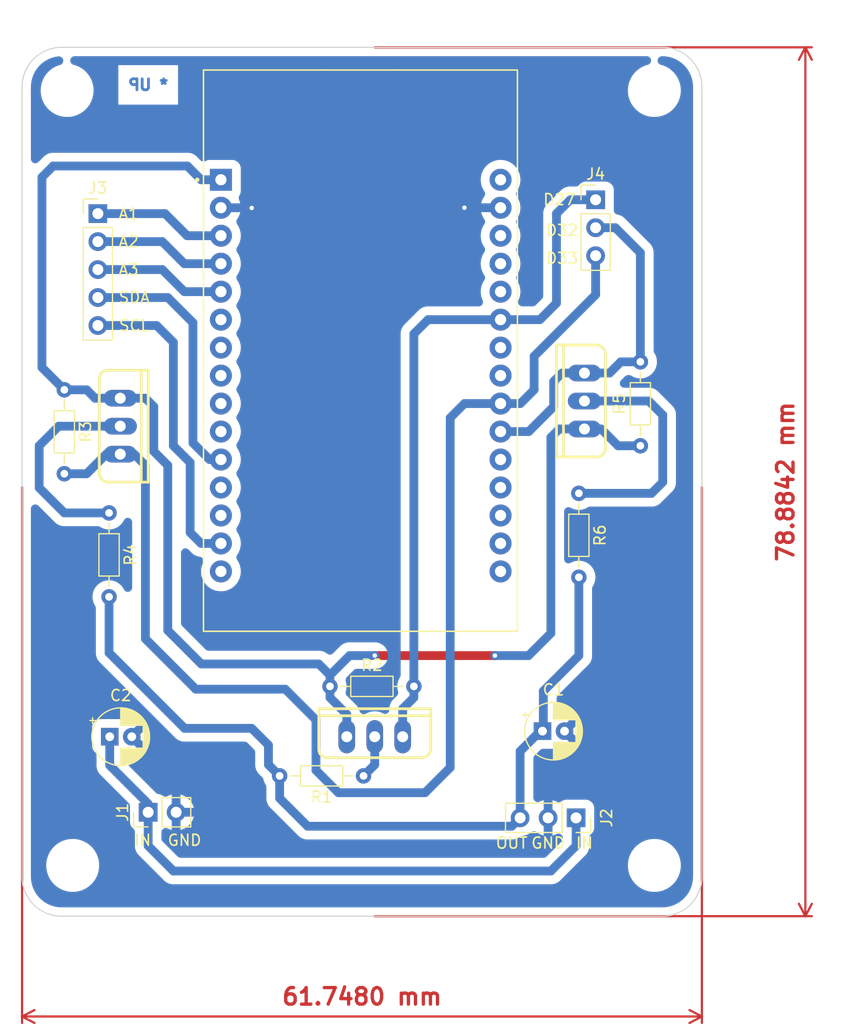
<source format=kicad_pcb>
(kicad_pcb (version 20211014) (generator pcbnew)
  (layers (0 "F.Cu" signal) (31 "B.Cu" signal) (34 "B.Paste" user) (35 "F.Paste" user) (36 "B.SilkS" user "B.Silkscreen") (37 "F.SilkS" user "F.Silkscreen") (38 "B.Mask" user) (39 "F.Mask" user) (44 "Edge.Cuts" user))
  (net 0 "")
  (net 1 "A1")
  (net 2 "OUTPUT")
  (net 3 "GND")
  (net 4 "INPUT")
  (net 5 "D6")
  (net 6 "3V3")
  (net 7 "D27")
  (net 8 "D33")
  (net 9 "D8")
  (net 10 "D32")
  (net 11 "D9")
  (net 12 "A2")
  (net 13 "A3")
  (net 14 "SDA")
  (net 15 "SCL")
  (footprint "Capacitor_THT:CP_Radial_D5.0mm_P2.00mm" (layer "F.Cu") (at 102.87 110.49)
    (fp_text reference "C1" (at 1 -3.75) (layer "F.SilkS"))
    (fp_text value "10u")
    (pad "1" thru_hole rect (at 0 0) (size 1.6 1.6) (drill 0.8) (layers *.Cu *.Mask) (net 2 "OUTPUT"))
    (pad "2" thru_hole circle (at 2 0) (size 1.6 1.6) (drill 0.8) (layers *.Cu *.Mask) (net 3 "GND"))
  )
  (footprint "ESP32-DEVKIT-V1_footprint:MODULE_ESP32_DEVKIT_V1" (layer "F.Cu") (at 86.36 75.946)
    (fp_text reference "U1")
    (fp_text value "esp32")
    (pad "1" thru_hole rect (at -12.7 -15.515) (size 2 2) (drill 1.02) (layers *.Cu *.Mask) (net 6 "3V3"))
    (pad "2" thru_hole circle (at -12.7 -12.975) (size 2 2) (drill 1.02) (layers *.Cu *.Mask) (net 3 "GND"))
    (pad "3" thru_hole circle (at -12.7 -10.435) (size 2 2) (drill 1.02) (layers *.Cu *.Mask) (net 1 "A1"))
    (pad "4" thru_hole circle (at -12.7 -7.895) (size 2 2) (drill 1.02) (layers *.Cu *.Mask) (net 12 "A2"))
    (pad "5" thru_hole circle (at -12.7 -5.355) (size 2 2) (drill 1.02) (layers *.Cu *.Mask) (net 13 "A3"))
    (pad "6" thru_hole circle (at -12.7 -2.815) (size 2 2) (drill 1.02) (layers *.Cu *.Mask))
    (pad "7" thru_hole circle (at -12.7 -0.275) (size 2 2) (drill 1.02) (layers *.Cu *.Mask))
    (pad "8" thru_hole circle (at -12.7 2.265) (size 2 2) (drill 1.02) (layers *.Cu *.Mask))
    (pad "9" thru_hole circle (at -12.7 4.805) (size 2 2) (drill 1.02) (layers *.Cu *.Mask))
    (pad "10" thru_hole circle (at -12.7 7.345) (size 2 2) (drill 1.02) (layers *.Cu *.Mask))
    (pad "11" thru_hole circle (at -12.7 9.885) (size 2 2) (drill 1.02) (layers *.Cu *.Mask) (net 14 "SDA"))
    (pad "12" thru_hole circle (at -12.7 12.425) (size 2 2) (drill 1.02) (layers *.Cu *.Mask))
    (pad "13" thru_hole circle (at -12.7 14.965) (size 2 2) (drill 1.02) (layers *.Cu *.Mask))
    (pad "14" thru_hole circle (at -12.7 17.505) (size 2 2) (drill 1.02) (layers *.Cu *.Mask) (net 15 "SCL"))
    (pad "15" thru_hole circle (at -12.7 20.045) (size 2 2) (drill 1.02) (layers *.Cu *.Mask))
    (pad "16" thru_hole circle (at 12.7 20.045) (size 2 2) (drill 1.02) (layers *.Cu *.Mask))
    (pad "17" thru_hole circle (at 12.7 17.505) (size 2 2) (drill 1.02) (layers *.Cu *.Mask))
    (pad "18" thru_hole circle (at 12.7 14.965) (size 2 2) (drill 1.02) (layers *.Cu *.Mask))
    (pad "19" thru_hole circle (at 12.7 12.425) (size 2 2) (drill 1.02) (layers *.Cu *.Mask))
    (pad "20" thru_hole circle (at 12.7 9.885) (size 2 2) (drill 1.02) (layers *.Cu *.Mask))
    (pad "21" thru_hole circle (at 12.7 7.345) (size 2 2) (drill 1.02) (layers *.Cu *.Mask) (net 10 "D32"))
    (pad "22" thru_hole circle (at 12.7 4.805) (size 2 2) (drill 1.02) (layers *.Cu *.Mask) (net 8 "D33"))
    (pad "23" thru_hole circle (at 12.7 2.265) (size 2 2) (drill 1.02) (layers *.Cu *.Mask))
    (pad "24" thru_hole circle (at 12.7 -0.275) (size 2 2) (drill 1.02) (layers *.Cu *.Mask))
    (pad "25" thru_hole circle (at 12.7 -2.815) (size 2 2) (drill 1.02) (layers *.Cu *.Mask) (net 7 "D27"))
    (pad "26" thru_hole circle (at 12.7 -5.355) (size 2 2) (drill 1.02) (layers *.Cu *.Mask))
    (pad "27" thru_hole circle (at 12.7 -7.895) (size 2 2) (drill 1.02) (layers *.Cu *.Mask))
    (pad "28" thru_hole circle (at 12.7 -10.435) (size 2 2) (drill 1.02) (layers *.Cu *.Mask))
    (pad "29" thru_hole circle (at 12.7 -12.975) (size 2 2) (drill 1.02) (layers *.Cu *.Mask) (net 3 "GND"))
    (pad "30" thru_hole circle (at 12.7 -15.515) (size 2 2) (drill 1.02) (layers *.Cu *.Mask))
  )
  (footprint "MountingHole:MountingHole_3.2mm_M3" (layer "F.Cu") (at 113.03 122.682)
    (fp_text reference "H4")
    (fp_text value "MountingHole")
    (pad "" np_thru_hole circle (at 0 0) (size 3.2 3.2) (drill 3.2) (layers *.Cu *.Mask))
  )
  (footprint "Capacitor_THT:CP_Radial_D5.0mm_P2.00mm" (layer "F.Cu") (at 63.560888 110.998)
    (fp_text reference "C2" (at 1 -3.75) (layer "F.SilkS"))
    (fp_text value "10u")
    (pad "1" thru_hole rect (at 0 0) (size 1.6 1.6) (drill 0.8) (layers *.Cu *.Mask) (net 4 "INPUT"))
    (pad "2" thru_hole circle (at 2 0) (size 1.6 1.6) (drill 0.8) (layers *.Cu *.Mask) (net 3 "GND"))
  )
  (footprint "Resistor_THT:R_Axial_DIN0204_L3.6mm_D1.6mm_P7.62mm_Horizontal" (layer "F.Cu") (at 63.5 90.678 -90)
    (fp_text reference "R4" (at 3.81 -1.92 90) (layer "F.SilkS"))
    (fp_text value "10k")
    (pad "1" thru_hole circle (at 0 0 270) (size 1.4 1.4) (drill 0.7) (layers *.Cu *.Mask) (net 9 "D8"))
    (pad "2" thru_hole oval (at 7.62 0 270) (size 1.4 1.4) (drill 0.7) (layers *.Cu *.Mask) (net 2 "OUTPUT"))
  )
  (footprint "MountingHole:MountingHole_3.2mm_M3" (layer "F.Cu") (at 113.03 52.324)
    (fp_text reference "H2")
    (fp_text value "MountingHole")
    (pad "" np_thru_hole circle (at 0 0) (size 3.2 3.2) (drill 3.2) (layers *.Cu *.Mask))
  )
  (footprint "Resistor_THT:R_Axial_DIN0204_L3.6mm_D1.6mm_P7.62mm_Horizontal" (layer "F.Cu") (at 106.172 88.9 -90)
    (fp_text reference "R6" (at 3.81 -1.92 90) (layer "F.SilkS"))
    (fp_text value "10k")
    (pad "1" thru_hole circle (at 0 0 270) (size 1.4 1.4) (drill 0.7) (layers *.Cu *.Mask) (net 11 "D9"))
    (pad "2" thru_hole oval (at 7.62 0 270) (size 1.4 1.4) (drill 0.7) (layers *.Cu *.Mask) (net 2 "OUTPUT"))
  )
  (footprint "IRFZ44NPBF_footprint:TO-220" (layer "F.Cu") (at 87.63 110.998)
    (fp_text reference "U2")
    (fp_text value "IRFZ44NPBF")
    (pad "1" thru_hole oval locked (at -2.54 0) (size 1.508 3.016) (drill 1) (layers *.Cu *.Mask) (net 6 "3V3"))
    (pad "2" thru_hole oval locked (at 0 0) (size 1.508 3.016) (drill 1) (layers *.Cu *.Mask) (net 5 "D6"))
    (pad "3" thru_hole oval locked (at 2.54 0) (size 1.508 3.016) (drill 1) (layers *.Cu *.Mask) (net 7 "D27"))
  )
  (footprint "Connector_PinHeader_2.54mm:PinHeader_1x02_P2.54mm_Vertical" (layer "F.Cu") (at 67.051 117.856 90)
    (fp_text reference "J1" (at 0 -2.33 90) (layer "F.SilkS"))
    (fp_text value "Conn_01x02_Male")
    (pad "1" thru_hole rect (at 0 0 90) (size 1.7 1.7) (drill 1) (layers *.Cu *.Mask) (net 4 "INPUT"))
    (pad "2" thru_hole oval (at 0 2.54 90) (size 1.7 1.7) (drill 1) (layers *.Cu *.Mask) (net 3 "GND"))
  )
  (footprint "IRFZ44NPBF_footprint:TO-220" (layer "F.Cu") (at 64.516 82.804 -90)
    (fp_text reference "U3")
    (fp_text value "IRFZ44NPBF")
    (pad "1" thru_hole oval locked (at -2.54 0 270) (size 1.508 3.016) (drill 1) (layers *.Cu *.Mask) (net 6 "3V3"))
    (pad "2" thru_hole oval locked (at 0 0 270) (size 1.508 3.016) (drill 1) (layers *.Cu *.Mask) (net 9 "D8"))
    (pad "3" thru_hole oval locked (at 2.54 0 270) (size 1.508 3.016) (drill 1) (layers *.Cu *.Mask) (net 8 "D33"))
  )
  (footprint "Resistor_THT:R_Axial_DIN0204_L3.6mm_D1.6mm_P7.62mm_Horizontal" (layer "F.Cu") (at 83.566 106.426)
    (fp_text reference "R2" (at 3.81 -1.92) (layer "F.SilkS"))
    (fp_text value "10k")
    (pad "1" thru_hole circle (at 0 0) (size 1.4 1.4) (drill 0.7) (layers *.Cu *.Mask) (net 6 "3V3"))
    (pad "2" thru_hole oval (at 7.62 0) (size 1.4 1.4) (drill 0.7) (layers *.Cu *.Mask) (net 7 "D27"))
  )
  (footprint "Connector_PinSocket_2.54mm:PinSocket_1x03_P2.54mm_Vertical" (layer "F.Cu") (at 105.918 118.364 -90)
    (fp_text reference "J2" (at 0 -2.77 90) (layer "F.SilkS"))
    (fp_text value "Conn_01x03_Female")
    (pad "1" thru_hole rect (at 0 0 270) (size 1.7 1.7) (drill 1) (layers *.Cu *.Mask) (net 4 "INPUT"))
    (pad "2" thru_hole oval (at 0 2.54 270) (size 1.7 1.7) (drill 1) (layers *.Cu *.Mask) (net 3 "GND"))
    (pad "3" thru_hole oval (at 0 5.08 270) (size 1.7 1.7) (drill 1) (layers *.Cu *.Mask) (net 2 "OUTPUT"))
  )
  (footprint "MountingHole:MountingHole_3.2mm_M3" (layer "F.Cu") (at 60.198 122.682)
    (fp_text reference "H3")
    (fp_text value "MountingHole")
    (pad "" np_thru_hole circle (at 0 0) (size 3.2 3.2) (drill 3.2) (layers *.Cu *.Mask))
  )
  (footprint "Connector_PinHeader_2.54mm:PinHeader_1x05_P2.54mm_Vertical" (layer "F.Cu") (at 62.484 63.505)
    (fp_text reference "J3" (at 0 -2.33) (layer "F.SilkS"))
    (fp_text value "Conn_01x05_Male")
    (pad "1" thru_hole rect (at 0 0) (size 1.7 1.7) (drill 1) (layers *.Cu *.Mask) (net 1 "A1"))
    (pad "2" thru_hole oval (at 0 2.54) (size 1.7 1.7) (drill 1) (layers *.Cu *.Mask) (net 12 "A2"))
    (pad "3" thru_hole oval (at 0 5.08) (size 1.7 1.7) (drill 1) (layers *.Cu *.Mask) (net 13 "A3"))
    (pad "4" thru_hole oval (at 0 7.62) (size 1.7 1.7) (drill 1) (layers *.Cu *.Mask) (net 14 "SDA"))
    (pad "5" thru_hole oval (at 0 10.16) (size 1.7 1.7) (drill 1) (layers *.Cu *.Mask) (net 15 "SCL"))
  )
  (footprint "IRFZ44NPBF_footprint:TO-220" (layer "F.Cu") (at 106.68 80.518 90)
    (fp_text reference "U4")
    (fp_text value "IRFZ44NPBF")
    (pad "1" thru_hole oval locked (at -2.54 0 90) (size 1.508 3.016) (drill 1) (layers *.Cu *.Mask) (net 6 "3V3"))
    (pad "2" thru_hole oval locked (at 0 0 90) (size 1.508 3.016) (drill 1) (layers *.Cu *.Mask) (net 11 "D9"))
    (pad "3" thru_hole oval locked (at 2.54 0 90) (size 1.508 3.016) (drill 1) (layers *.Cu *.Mask) (net 10 "D32"))
  )
  (footprint "MountingHole:MountingHole_3.2mm_M3" (layer "F.Cu") (at 59.69 52.324)
    (fp_text reference "H1")
    (fp_text value "MountingHole")
    (pad "" np_thru_hole circle (at 0 0) (size 3.2 3.2) (drill 3.2) (layers *.Cu *.Mask))
  )
  (footprint "Connector_PinHeader_2.54mm:PinHeader_1x03_P2.54mm_Vertical" (layer "F.Cu") (at 107.696 62.245)
    (fp_text reference "J4" (at 0 -2.33) (layer "F.SilkS"))
    (fp_text value "Conn_01x03_Male")
    (pad "1" thru_hole rect (at 0 0) (size 1.7 1.7) (drill 1) (layers *.Cu *.Mask) (net 7 "D27"))
    (pad "2" thru_hole oval (at 0 2.54) (size 1.7 1.7) (drill 1) (layers *.Cu *.Mask) (net 10 "D32"))
    (pad "3" thru_hole oval (at 0 5.08) (size 1.7 1.7) (drill 1) (layers *.Cu *.Mask) (net 8 "D33"))
  )
  (footprint "Resistor_THT:R_Axial_DIN0204_L3.6mm_D1.6mm_P7.62mm_Horizontal" (layer "F.Cu") (at 86.614 114.554 180)
    (fp_text reference "R1" (at 3.81 -1.92) (layer "F.SilkS"))
    (fp_text value "10k")
    (pad "1" thru_hole circle (at 0 0 180) (size 1.4 1.4) (drill 0.7) (layers *.Cu *.Mask) (net 5 "D6"))
    (pad "2" thru_hole oval (at 7.62 0 180) (size 1.4 1.4) (drill 0.7) (layers *.Cu *.Mask) (net 2 "OUTPUT"))
  )
  (footprint "Resistor_THT:R_Axial_DIN0204_L3.6mm_D1.6mm_P7.62mm_Horizontal" (layer "F.Cu") (at 111.76 84.582 90)
    (fp_text reference "R5" (at 3.81 -1.92 90) (layer "F.SilkS"))
    (fp_text value "10k")
    (pad "1" thru_hole circle (at 0 0 90) (size 1.4 1.4) (drill 0.7) (layers *.Cu *.Mask) (net 6 "3V3"))
    (pad "2" thru_hole oval (at 7.62 0 90) (size 1.4 1.4) (drill 0.7) (layers *.Cu *.Mask) (net 10 "D32"))
  )
  (footprint "Resistor_THT:R_Axial_DIN0204_L3.6mm_D1.6mm_P7.62mm_Horizontal" (layer "F.Cu") (at 59.436 79.502 -90)
    (fp_text reference "R3" (at 3.81 -1.92 90) (layer "F.SilkS"))
    (fp_text value "10k")
    (pad "1" thru_hole circle (at 0 0 270) (size 1.4 1.4) (drill 0.7) (layers *.Cu *.Mask) (net 6 "3V3"))
    (pad "2" thru_hole oval (at 7.62 0 270) (size 1.4 1.4) (drill 0.7) (layers *.Cu *.Mask) (net 8 "D33"))
  )
  (gr_arc (start 117.348 123.7) (mid 116.295898 126.24) (end 113.755898 127.292102) (layer "Edge.Cuts") (width 0.1))
  (gr_arc (start 113.755898 48.407898) (mid 116.295898 49.46) (end 117.348 52) (layer "Edge.Cuts") (width 0.1))
  (gr_line (start 55.6 52) (end 55.6 123.7) (layer "Edge.Cuts") (width 0.1))
  (gr_line (start 59.192102 48.407898) (end 113.755898 48.407898) (layer "Edge.Cuts") (width 0.1))
  (gr_arc (start 59.192102 127.292102) (mid 56.652102 126.24) (end 55.6 123.7) (layer "Edge.Cuts") (width 0.1))
  (gr_arc (start 55.6 52) (mid 56.652102 49.46) (end 59.192102 48.407898) (layer "Edge.Cuts") (width 0.1))
  (gr_line (start 59.192102 127.292102) (end 113.755898 127.292102) (layer "Edge.Cuts") (width 0.1))
  (gr_line (start 117.348 52) (end 117.348 123.7) (layer "Edge.Cuts") (width 0.1))
  (gr_text "* UP" (at 67.056 51.816) (layer "B.Cu") (effects (font (size 1 1) (thickness 0.25)) (justify mirror)))
  (gr_text "GND" (at 103.378 120.65) (layer "F.SilkS") (effects (font (size 1 1))))
  (gr_text "D27" (at 104.394 62.23) (layer "F.SilkS") (effects (font (size 1 1))))
  (gr_text "IN" (at 66.548 120.396) (layer "F.SilkS") (effects (font (size 1 1))))
  (gr_text "A3" (at 65.278 68.58) (layer "F.SilkS") (effects (font (size 1 1))))
  (gr_text "SDA" (at 65.786 71.12) (layer "F.SilkS") (effects (font (size 1 1))))
  (gr_text "OUT" (at 100.076 120.65) (layer "F.SilkS") (effects (font (size 1 1))))
  (gr_text "A1" (at 65.278 63.5) (layer "F.SilkS") (effects (font (size 1 1))))
  (gr_text "IN" (at 106.68 120.65) (layer "F.SilkS") (effects (font (size 1 1))))
  (gr_text "D32" (at 104.648 65.024) (layer "F.SilkS") (effects (font (size 1 1))))
  (gr_text "SCL" (at 65.786 73.66) (layer "F.SilkS") (effects (font (size 1 1))))
  (gr_text "GND" (at 70.358 120.396) (layer "F.SilkS") (effects (font (size 1 1))))
  (gr_text "D33" (at 104.648 67.564) (layer "F.SilkS") (effects (font (size 1 1))))
  (gr_text "A2" (at 65.278 66.04) (layer "F.SilkS") (effects (font (size 1 1))))
  (dimension (type aligned) (layer "F.Cu") (pts (xy 55.6 87.85) (xy 117.348 87.85)) (height 48.548) (gr_text "61.7480 mm" (at 86.474 134.598) (layer "F.Cu") (effects (font (size 1.5 1.5) (thickness 0.3)))) (format (units 3) (units_format 1) (precision 4)) (style (thickness 0.2) (arrow_length 1.27) (text_position_mode 0) (extension_height 0.58642) (extension_offset 0.5) keep_text_aligned))
  (dimension (type aligned) (layer "F.Cu") (pts (xy 87.122 48.407898) (xy 87.122 127.292102)) (height -39.624) (gr_text "78.8842 mm" (at 124.946 87.85 90) (layer "F.Cu") (effects (font (size 1.5 1.5) (thickness 0.3)))) (format (units 3) (units_format 1) (precision 4)) (style (thickness 0.2) (arrow_length 1.27) (text_position_mode 0) (extension_height 0.58642) (extension_offset 0.5) keep_text_aligned))
  (segment (start 68.585 63.505) (end 62.484 63.505) (width 0.8) (layer "B.Cu") (net 1))
  (segment (start 68.585 63.505) (end 70.591 65.511) (width 0.8) (layer "B.Cu") (net 1))
  (segment (start 70.591 65.511) (end 73.66 65.511) (width 0.8) (layer "B.Cu") (net 1))
  (segment (start 77.978 113.538) (end 77.978 111.76) (width 0.8) (layer "B.Cu") (net 2))
  (segment (start 63.5 103.378) (end 70.358 110.236) (width 0.8) (layer "B.Cu") (net 2))
  (segment (start 63.5 98.298) (end 63.5 103.378) (width 0.8) (layer "B.Cu") (net 2))
  (segment (start 70.358 110.236) (end 76.454 110.236) (width 0.8) (layer "B.Cu") (net 2))
  (segment (start 102.945888 110.211) (end 102.945888 106.858112) (width 0.8) (layer "B.Cu") (net 2))
  (segment (start 78.994 116.586) (end 81.534 119.126) (width 0.8) (layer "B.Cu") (net 2))
  (segment (start 100.838 118.364) (end 100.838 112.318888) (width 0.8) (layer "B.Cu") (net 2))
  (segment (start 100.838 112.318888) (end 102.945888 110.211) (width 0.8) (layer "B.Cu") (net 2))
  (segment (start 81.534 119.126) (end 100.076 119.126) (width 0.8) (layer "B.Cu") (net 2))
  (segment (start 106.172 103.632) (end 106.172 96.52) (width 0.8) (layer "B.Cu") (net 2))
  (segment (start 102.945888 106.858112) (end 106.172 103.632) (width 0.8) (layer "B.Cu") (net 2))
  (segment (start 78.994 114.554) (end 78.994 116.586) (width 0.8) (layer "B.Cu") (net 2))
  (segment (start 78.994 114.554) (end 77.978 113.538) (width 0.8) (layer "B.Cu") (net 2))
  (segment (start 76.454 110.236) (end 77.978 111.76) (width 0.8) (layer "B.Cu") (net 2))
  (segment (start 100.076 119.126) (end 100.838 118.364) (width 0.8) (layer "B.Cu") (net 2))
  (via (at 76.454 62.992) (size 0.8) (drill 0.4) (layers "F.Cu" "B.Cu") (net 3))
  (via (at 95.779 62.971) (size 0.8) (drill 0.4) (layers "F.Cu" "B.Cu") (net 3))
  (segment (start 73.66 62.971) (end 76.433 62.971) (width 0.8) (layer "B.Cu") (net 3))
  (segment (start 76.433 62.971) (end 76.454 62.992) (width 0.8) (layer "B.Cu") (net 3))
  (segment (start 95.758 62.992) (end 95.779 62.971) (width 0.8) (layer "B.Cu") (net 3))
  (segment (start 99.06 62.971) (end 95.779 62.971) (width 0.8) (layer "B.Cu") (net 3))
  (segment (start 63.560888 113.598888) (end 67.051 117.089) (width 0.8) (layer "B.Cu") (net 4))
  (segment (start 67.051 117.089) (end 67.051 117.856) (width 0.8) (layer "B.Cu") (net 4))
  (segment (start 103.632 123.19) (end 105.918 120.904) (width 0.8) (layer "B.Cu") (net 4))
  (segment (start 67.051 120.899) (end 69.342 123.19) (width 0.8) (layer "B.Cu") (net 4))
  (segment (start 67.116888 117.790112) (end 67.051 117.856) (width 0.8) (layer "B.Cu") (net 4))
  (segment (start 63.560888 110.998) (end 63.560888 113.598888) (width 0.8) (layer "B.Cu") (net 4))
  (segment (start 67.051 117.856) (end 67.051 120.899) (width 0.8) (layer "B.Cu") (net 4))
  (segment (start 69.342 123.19) (end 103.632 123.19) (width 0.8) (layer "B.Cu") (net 4))
  (segment (start 105.918 120.904) (end 105.918 118.364) (width 0.8) (layer "B.Cu") (net 4))
  (segment (start 87.63 113.538) (end 86.614 114.554) (width 0.8) (layer "B.Cu") (net 5))
  (segment (start 87.63 110.998) (end 87.63 113.538) (width 0.8) (layer "B.Cu") (net 5))
  (segment (start 87.63 103.632) (end 98.552 103.632) (width 0.8) (layer "F.Cu") (net 6))
  (via (at 87.63 103.632) (size 0.8) (drill 0.4) (layers "F.Cu" "B.Cu") (net 6))
  (via (at 98.552 103.632) (size 0.8) (drill 0.4) (layers "F.Cu" "B.Cu") (net 6))
  (segment (start 68.834 101.346) (end 71.882 104.394) (width 0.8) (layer "B.Cu") (net 6))
  (segment (start 106.68 83.058) (end 108.204 83.058) (width 0.8) (layer "B.Cu") (net 6))
  (segment (start 66.802 80.264) (end 67.564 81.026) (width 0.8) (layer "B.Cu") (net 6))
  (segment (start 103.632 101.6) (end 101.6 103.632) (width 0.8) (layer "B.Cu") (net 6))
  (segment (start 71.861 60.431) (end 70.612 59.182) (width 0.8) (layer "B.Cu") (net 6))
  (segment (start 67.564 85.09) (end 68.834 86.36) (width 0.8) (layer "B.Cu") (net 6))
  (segment (start 104.394 83.058) (end 103.632 83.82) (width 0.8) (layer "B.Cu") (net 6))
  (segment (start 68.834 86.36) (end 68.834 101.346) (width 0.8) (layer "B.Cu") (net 6))
  (segment (start 73.66 60.431) (end 71.861 60.431) (width 0.8) (layer "B.Cu") (net 6))
  (segment (start 57.404 60.198) (end 57.404 77.47) (width 0.8) (layer "B.Cu") (net 6))
  (segment (start 108.204 83.058) (end 109.728 84.582) (width 0.8) (layer "B.Cu") (net 6))
  (segment (start 71.882 104.394) (end 82.55 104.394) (width 0.8) (layer "B.Cu") (net 6))
  (segment (start 85.344 103.632) (end 87.63 103.632) (width 0.8) (layer "B.Cu") (net 6))
  (segment (start 64.516 80.264) (end 66.802 80.264) (width 0.8) (layer "B.Cu") (net 6))
  (segment (start 103.632 83.82) (end 103.632 101.6) (width 0.8) (layer "B.Cu") (net 6))
  (segment (start 61.468 79.502) (end 59.436 79.502) (width 0.8) (layer "B.Cu") (net 6))
  (segment (start 64.516 80.264) (end 62.23 80.264) (width 0.8) (layer "B.Cu") (net 6))
  (segment (start 83.566 107.442) (end 85.09 108.966) (width 0.8) (layer "B.Cu") (net 6))
  (segment (start 106.68 83.058) (end 104.394 83.058) (width 0.8) (layer "B.Cu") (net 6))
  (segment (start 58.42 59.182) (end 57.404 60.198) (width 0.8) (layer "B.Cu") (net 6))
  (segment (start 101.6 103.632) (end 98.552 103.632) (width 0.8) (layer "B.Cu") (net 6))
  (segment (start 83.566 106.426) (end 83.566 107.442) (width 0.8) (layer "B.Cu") (net 6))
  (segment (start 109.728 84.582) (end 111.76 84.582) (width 0.8) (layer "B.Cu") (net 6))
  (segment (start 67.564 81.026) (end 67.564 85.09) (width 0.8) (layer "B.Cu") (net 6))
  (segment (start 62.23 80.264) (end 61.468 79.502) (width 0.8) (layer "B.Cu") (net 6))
  (segment (start 85.09 108.966) (end 85.09 110.998) (width 0.8) (layer "B.Cu") (net 6))
  (segment (start 83.566 105.41) (end 85.344 103.632) (width 0.8) (layer "B.Cu") (net 6))
  (segment (start 83.566 105.41) (end 83.566 106.426) (width 0.8) (layer "B.Cu") (net 6))
  (segment (start 70.612 59.182) (end 58.42 59.182) (width 0.8) (layer "B.Cu") (net 6))
  (segment (start 82.55 104.394) (end 83.566 105.41) (width 0.8) (layer "B.Cu") (net 6))
  (segment (start 57.404 77.47) (end 59.436 79.502) (width 0.8) (layer "B.Cu") (net 6))
  (segment (start 91.186 106.426) (end 91.186 74.422) (width 0.8) (layer "B.Cu") (net 7))
  (segment (start 91.186 106.426) (end 91.186 107.442) (width 0.8) (layer "B.Cu") (net 7))
  (segment (start 92.477 73.131) (end 99.06 73.131) (width 0.8) (layer "B.Cu") (net 7))
  (segment (start 104.14 71.628) (end 102.637 73.131) (width 0.8) (layer "B.Cu") (net 7))
  (segment (start 91.186 107.442) (end 90.17 108.458) (width 0.8) (layer "B.Cu") (net 7))
  (segment (start 90.17 108.458) (end 90.17 110.998) (width 0.8) (layer "B.Cu") (net 7))
  (segment (start 102.637 73.131) (end 99.06 73.131) (width 0.8) (layer "B.Cu") (net 7))
  (segment (start 104.14 63.5) (end 104.14 71.628) (width 0.8) (layer "B.Cu") (net 7))
  (segment (start 91.186 74.422) (end 92.477 73.131) (width 0.8) (layer "B.Cu") (net 7))
  (segment (start 107.696 62.245) (end 105.395 62.245) (width 0.8) (layer "B.Cu") (net 7))
  (segment (start 105.395 62.245) (end 104.14 63.5) (width 0.8) (layer "B.Cu") (net 7))
  (segment (start 99.06 80.751) (end 95.779 80.751) (width 0.8) (layer "B.Cu") (net 8))
  (segment (start 102.108 76.454) (end 102.108 79.502) (width 0.8) (layer "B.Cu") (net 8))
  (segment (start 61.468 87.122) (end 59.436 87.122) (width 0.8) (layer "B.Cu") (net 8))
  (segment (start 102.108 79.502) (end 100.859 80.751) (width 0.8) (layer "B.Cu") (net 8))
  (segment (start 65.786 85.344) (end 64.516 85.344) (width 0.8) (layer "B.Cu") (net 8))
  (segment (start 63.246 85.344) (end 61.468 87.122) (width 0.8) (layer "B.Cu") (net 8))
  (segment (start 66.802 102.108) (end 66.802 86.36) (width 0.8) (layer "B.Cu") (net 8))
  (segment (start 82.296 109.474) (end 79.502 106.68) (width 0.8) (layer "B.Cu") (net 8))
  (segment (start 92.202 116.078) (end 84.328 116.078) (width 0.8) (layer "B.Cu") (net 8))
  (segment (start 100.859 80.751) (end 99.06 80.751) (width 0.8) (layer "B.Cu") (net 8))
  (segment (start 64.516 85.344) (end 63.246 85.344) (width 0.8) (layer "B.Cu") (net 8))
  (segment (start 107.696 67.325) (end 107.696 70.866) (width 0.8) (layer "B.Cu") (net 8))
  (segment (start 107.696 70.866) (end 102.108 76.454) (width 0.8) (layer "B.Cu") (net 8))
  (segment (start 84.328 116.078) (end 82.296 114.046) (width 0.8) (layer "B.Cu") (net 8))
  (segment (start 94.488 113.792) (end 92.202 116.078) (width 0.8) (layer "B.Cu") (net 8))
  (segment (start 71.374 106.68) (end 66.802 102.108) (width 0.8) (layer "B.Cu") (net 8))
  (segment (start 82.296 114.046) (end 82.296 109.474) (width 0.8) (layer "B.Cu") (net 8))
  (segment (start 79.502 106.68) (end 71.374 106.68) (width 0.8) (layer "B.Cu") (net 8))
  (segment (start 94.488 82.042) (end 94.488 113.792) (width 0.8) (layer "B.Cu") (net 8))
  (segment (start 66.802 86.36) (end 65.786 85.344) (width 0.8) (layer "B.Cu") (net 8))
  (segment (start 95.779 80.751) (end 94.488 82.042) (width 0.8) (layer "B.Cu") (net 8))
  (segment (start 59.436 90.678) (end 63.5 90.678) (width 0.8) (layer "B.Cu") (net 9))
  (segment (start 58.928 82.804) (end 57.15 84.582) (width 0.8) (layer "B.Cu") (net 9))
  (segment (start 64.516 82.804) (end 58.928 82.804) (width 0.8) (layer "B.Cu") (net 9))
  (segment (start 57.15 88.392) (end 59.436 90.678) (width 0.8) (layer "B.Cu") (net 9))
  (segment (start 57.15 84.582) (end 57.15 88.392) (width 0.8) (layer "B.Cu") (net 9))
  (segment (start 111.76 67.056) (end 111.76 76.962) (width 0.8) (layer "B.Cu") (net 10))
  (segment (start 106.68 77.978) (end 108.966 77.978) (width 0.8) (layer "B.Cu") (net 10))
  (segment (start 108.966 77.978) (end 109.982 76.962) (width 0.8) (layer "B.Cu") (net 10))
  (segment (start 104.648 77.978) (end 106.68 77.978) (width 0.8) (layer "B.Cu") (net 10))
  (segment (start 101.621 83.291) (end 103.886 81.026) (width 0.8) (layer "B.Cu") (net 10))
  (segment (start 99.06 83.291) (end 101.621 83.291) (width 0.8) (layer "B.Cu") (net 10))
  (segment (start 109.489 64.785) (end 111.76 67.056) (width 0.8) (layer "B.Cu") (net 10))
  (segment (start 109.982 76.962) (end 111.76 76.962) (width 0.8) (layer "B.Cu") (net 10))
  (segment (start 103.886 78.74) (end 104.648 77.978) (width 0.8) (layer "B.Cu") (net 10))
  (segment (start 103.886 81.026) (end 103.886 78.74) (width 0.8) (layer "B.Cu") (net 10))
  (segment (start 107.696 64.785) (end 109.489 64.785) (width 0.8) (layer "B.Cu") (net 10))
  (segment (start 106.172 88.9) (end 112.776 88.9) (width 0.8) (layer "B.Cu") (net 11))
  (segment (start 112.776 88.9) (end 113.792 87.884) (width 0.8) (layer "B.Cu") (net 11))
  (segment (start 112.522 80.518) (end 106.68 80.518) (width 0.8) (layer "B.Cu") (net 11))
  (segment (start 113.792 81.788) (end 112.522 80.518) (width 0.8) (layer "B.Cu") (net 11))
  (segment (start 113.792 87.884) (end 113.792 81.788) (width 0.8) (layer "B.Cu") (net 11))
  (segment (start 70.337 68.051) (end 73.66 68.051) (width 0.8) (layer "B.Cu") (net 12))
  (segment (start 68.331 66.045) (end 70.337 68.051) (width 0.8) (layer "B.Cu") (net 12))
  (segment (start 62.484 66.045) (end 68.331 66.045) (width 0.8) (layer "B.Cu") (net 12))
  (segment (start 70.337 70.591) (end 73.66 70.591) (width 0.8) (layer "B.Cu") (net 13))
  (segment (start 62.484 68.585) (end 68.331 68.585) (width 0.8) (layer "B.Cu") (net 13))
  (segment (start 68.331 68.585) (end 70.337 70.591) (width 0.8) (layer "B.Cu") (net 13))
  (segment (start 72.623 85.831) (end 73.66 85.831) (width 0.8) (layer "B.Cu") (net 14))
  (segment (start 71.12 73.406) (end 71.12 84.328) (width 0.8) (layer "B.Cu") (net 14))
  (segment (start 62.484 71.125) (end 68.839 71.125) (width 0.8) (layer "B.Cu") (net 14))
  (segment (start 71.12 84.328) (end 72.623 85.831) (width 0.8) (layer "B.Cu") (net 14))
  (segment (start 68.839 71.125) (end 71.12 73.406) (width 0.8) (layer "B.Cu") (net 14))
  (segment (start 70.866 86.106) (end 70.866 92.456) (width 0.8) (layer "B.Cu") (net 15))
  (segment (start 70.866 92.456) (end 71.861 93.451) (width 0.8) (layer "B.Cu") (net 15))
  (segment (start 69.342 75.184) (end 69.342 84.582) (width 0.8) (layer "B.Cu") (net 15))
  (segment (start 67.823 73.665) (end 69.342 75.184) (width 0.8) (layer "B.Cu") (net 15))
  (segment (start 71.861 93.451) (end 73.66 93.451) (width 0.8) (layer "B.Cu") (net 15))
  (segment (start 62.484 73.665) (end 67.823 73.665) (width 0.8) (layer "B.Cu") (net 15))
  (segment (start 69.342 84.582) (end 70.866 86.106) (width 0.8) (layer "B.Cu") (net 15))
  (zone (net 3) (net_name "GND") (layer "B.Cu") (connect_pads (clearance 0.8)) (min_thickness 0.8) (fill yes (thermal_gap 0.8) (thermal_bridge_width 0.8))
    (polygon (pts (xy 119.126 128.778) (xy 53.594 128.778) (xy 53.594 47.244) (xy 119.126 47.244)))
  )
)
</source>
